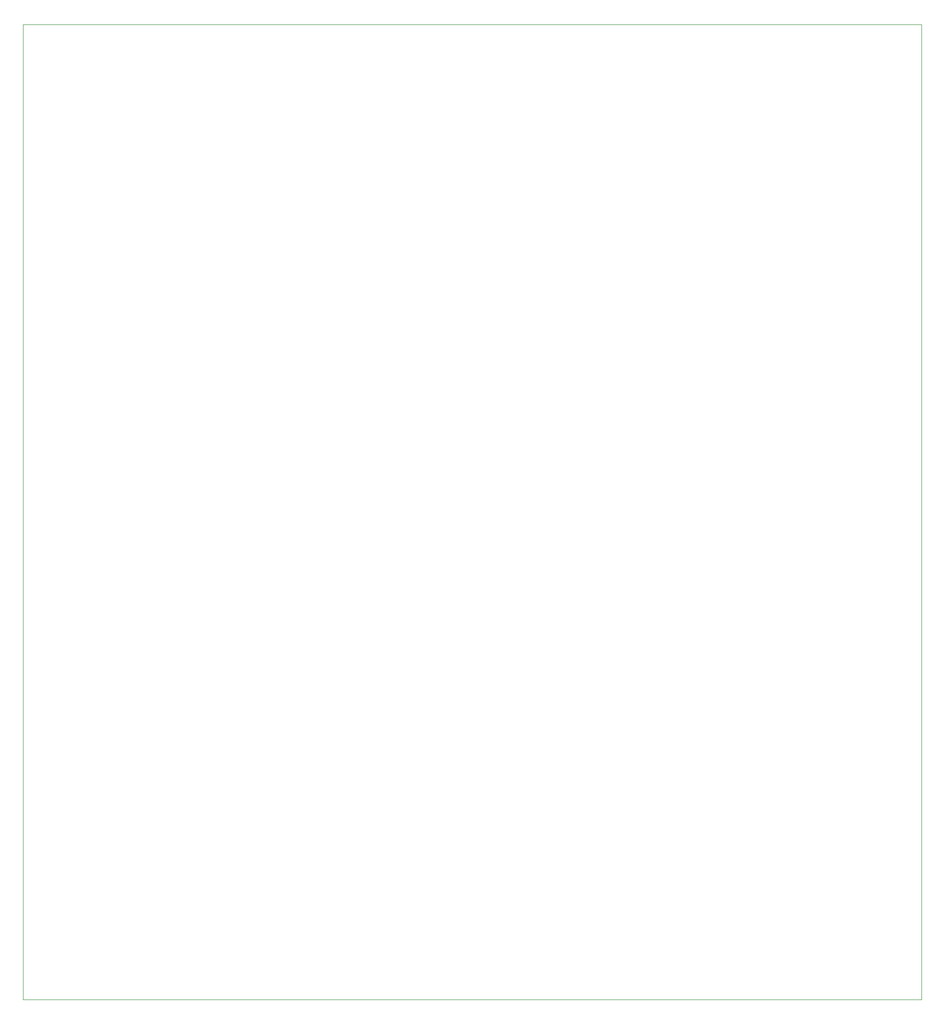
<source format=gbr>
%TF.GenerationSoftware,KiCad,Pcbnew,7.0.5*%
%TF.CreationDate,2024-01-26T21:50:59+01:00*%
%TF.ProjectId,Project,50726f6a-6563-4742-9e6b-696361645f70,rev?*%
%TF.SameCoordinates,Original*%
%TF.FileFunction,Profile,NP*%
%FSLAX46Y46*%
G04 Gerber Fmt 4.6, Leading zero omitted, Abs format (unit mm)*
G04 Created by KiCad (PCBNEW 7.0.5) date 2024-01-26 21:50:59*
%MOMM*%
%LPD*%
G01*
G04 APERTURE LIST*
%TA.AperFunction,Profile*%
%ADD10C,0.100000*%
%TD*%
G04 APERTURE END LIST*
D10*
X172720000Y-18415000D02*
X13970000Y-18415000D01*
X13970000Y-18415000D02*
X13970000Y-190500000D01*
X172720000Y-190500000D02*
X172720000Y-18415000D01*
X13970000Y-190500000D02*
X172720000Y-190500000D01*
M02*

</source>
